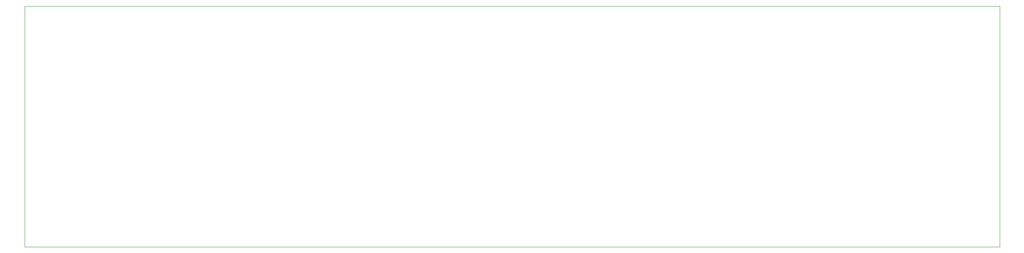
<source format=gbr>
%TF.GenerationSoftware,KiCad,Pcbnew,9.0.6*%
%TF.CreationDate,2026-01-12T10:46:39-05:00*%
%TF.ProjectId,OrganKeyswitchBreakout,4f726761-6e4b-4657-9973-776974636842,rev?*%
%TF.SameCoordinates,Original*%
%TF.FileFunction,Profile,NP*%
%FSLAX46Y46*%
G04 Gerber Fmt 4.6, Leading zero omitted, Abs format (unit mm)*
G04 Created by KiCad (PCBNEW 9.0.6) date 2026-01-12 10:46:39*
%MOMM*%
%LPD*%
G01*
G04 APERTURE LIST*
%TA.AperFunction,Profile*%
%ADD10C,0.050000*%
%TD*%
G04 APERTURE END LIST*
D10*
X34188400Y-53060600D02*
X248564400Y-53060600D01*
X248564400Y-105968800D01*
X34188400Y-105968800D01*
X34188400Y-53060600D01*
M02*

</source>
